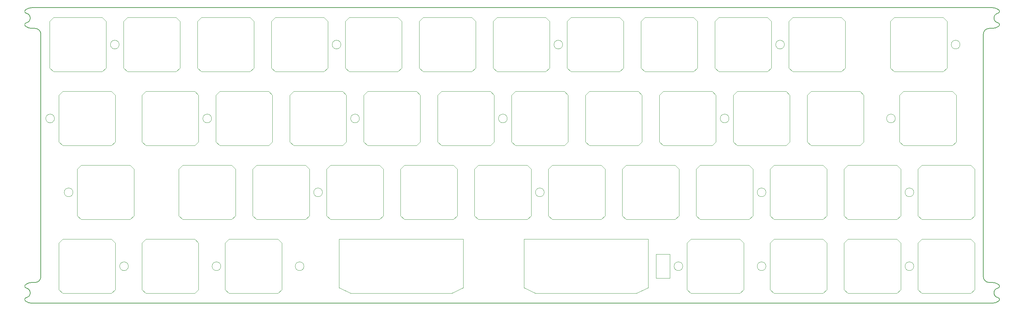
<source format=gbr>
%TF.GenerationSoftware,KiCad,Pcbnew,8.0.5*%
%TF.CreationDate,2024-11-10T15:24:53+01:00*%
%TF.ProjectId,plate hull split,706c6174-6520-4687-956c-6c2073706c69,rev?*%
%TF.SameCoordinates,Original*%
%TF.FileFunction,Profile,NP*%
%FSLAX46Y46*%
G04 Gerber Fmt 4.6, Leading zero omitted, Abs format (unit mm)*
G04 Created by KiCad (PCBNEW 8.0.5) date 2024-11-10 15:24:53*
%MOMM*%
%LPD*%
G01*
G04 APERTURE LIST*
%TA.AperFunction,Profile*%
%ADD10C,0.100000*%
%TD*%
%TA.AperFunction,Profile*%
%ADD11C,0.200000*%
%TD*%
%TA.AperFunction,Profile*%
%ADD12C,0.120000*%
%TD*%
G04 APERTURE END LIST*
D10*
X90816282Y-88106250D02*
G75*
G02*
X88571218Y-88106250I-1122532J0D01*
G01*
X88571218Y-88106250D02*
G75*
G02*
X90816282Y-88106250I1122532J0D01*
G01*
X69385032Y-88106250D02*
G75*
G02*
X67139968Y-88106250I-1122532J0D01*
G01*
X67139968Y-88106250D02*
G75*
G02*
X69385032Y-88106250I1122532J0D01*
G01*
X45572532Y-88106250D02*
G75*
G02*
X43327468Y-88106250I-1122532J0D01*
G01*
X43327468Y-88106250D02*
G75*
G02*
X45572532Y-88106250I1122532J0D01*
G01*
X188447532Y-88106250D02*
G75*
G02*
X186202468Y-88106250I-1122532J0D01*
G01*
X186202468Y-88106250D02*
G75*
G02*
X188447532Y-88106250I1122532J0D01*
G01*
X209878782Y-88106250D02*
G75*
G02*
X207633718Y-88106250I-1122532J0D01*
G01*
X207633718Y-88106250D02*
G75*
G02*
X209878782Y-88106250I1122532J0D01*
G01*
X247978782Y-88106250D02*
G75*
G02*
X245733718Y-88106250I-1122532J0D01*
G01*
X245733718Y-88106250D02*
G75*
G02*
X247978782Y-88106250I1122532J0D01*
G01*
X247978782Y-69056250D02*
G75*
G02*
X245733718Y-69056250I-1122532J0D01*
G01*
X245733718Y-69056250D02*
G75*
G02*
X247978782Y-69056250I1122532J0D01*
G01*
X209878782Y-69056250D02*
G75*
G02*
X207633718Y-69056250I-1122532J0D01*
G01*
X207633718Y-69056250D02*
G75*
G02*
X209878782Y-69056250I1122532J0D01*
G01*
X152728782Y-69056250D02*
G75*
G02*
X150483718Y-69056250I-1122532J0D01*
G01*
X150483718Y-69056250D02*
G75*
G02*
X152728782Y-69056250I1122532J0D01*
G01*
X95578782Y-69056250D02*
G75*
G02*
X93333718Y-69056250I-1122532J0D01*
G01*
X93333718Y-69056250D02*
G75*
G02*
X95578782Y-69056250I1122532J0D01*
G01*
X31285032Y-69056250D02*
G75*
G02*
X29039968Y-69056250I-1122532J0D01*
G01*
X29039968Y-69056250D02*
G75*
G02*
X31285032Y-69056250I1122532J0D01*
G01*
X26522532Y-50006250D02*
G75*
G02*
X24277468Y-50006250I-1122532J0D01*
G01*
X24277468Y-50006250D02*
G75*
G02*
X26522532Y-50006250I1122532J0D01*
G01*
X67003782Y-50006250D02*
G75*
G02*
X64758718Y-50006250I-1122532J0D01*
G01*
X64758718Y-50006250D02*
G75*
G02*
X67003782Y-50006250I1122532J0D01*
G01*
X105103782Y-50006250D02*
G75*
G02*
X102858718Y-50006250I-1122532J0D01*
G01*
X102858718Y-50006250D02*
G75*
G02*
X105103782Y-50006250I1122532J0D01*
G01*
X143203782Y-50006250D02*
G75*
G02*
X140958718Y-50006250I-1122532J0D01*
G01*
X140958718Y-50006250D02*
G75*
G02*
X143203782Y-50006250I1122532J0D01*
G01*
X200353782Y-50006250D02*
G75*
G02*
X198108718Y-50006250I-1122532J0D01*
G01*
X198108718Y-50006250D02*
G75*
G02*
X200353782Y-50006250I1122532J0D01*
G01*
X243216282Y-50006250D02*
G75*
G02*
X240971218Y-50006250I-1122532J0D01*
G01*
X240971218Y-50006250D02*
G75*
G02*
X243216282Y-50006250I1122532J0D01*
G01*
X259885032Y-30956250D02*
G75*
G02*
X257639968Y-30956250I-1122532J0D01*
G01*
X257639968Y-30956250D02*
G75*
G02*
X259885032Y-30956250I1122532J0D01*
G01*
X214641282Y-30956250D02*
G75*
G02*
X212396218Y-30956250I-1122532J0D01*
G01*
X212396218Y-30956250D02*
G75*
G02*
X214641282Y-30956250I1122532J0D01*
G01*
X157491282Y-30956250D02*
G75*
G02*
X155246218Y-30956250I-1122532J0D01*
G01*
X155246218Y-30956250D02*
G75*
G02*
X157491282Y-30956250I1122532J0D01*
G01*
X100341282Y-30956250D02*
G75*
G02*
X98096218Y-30956250I-1122532J0D01*
G01*
X98096218Y-30956250D02*
G75*
G02*
X100341282Y-30956250I1122532J0D01*
G01*
X43191282Y-30956250D02*
G75*
G02*
X40946218Y-30956250I-1122532J0D01*
G01*
X40946218Y-30956250D02*
G75*
G02*
X43191282Y-30956250I1122532J0D01*
G01*
D11*
X19261287Y-93730005D02*
G75*
G02*
X19261287Y-96182495I-242537J-1226245D01*
G01*
X19261287Y-93730005D02*
G75*
G02*
X19051305Y-92844857I97013J490495D01*
G01*
X19051303Y-92844854D02*
G75*
G02*
X20693750Y-92281250I1642447J-2111396D01*
G01*
X21518750Y-92281250D02*
X20693750Y-92281250D01*
X23018750Y-90781250D02*
G75*
G02*
X21518750Y-92281250I-1500000J0D01*
G01*
X23018750Y-28281250D02*
X23018750Y-90781250D01*
X21518750Y-26781250D02*
G75*
G02*
X23018750Y-28281250I0J-1500000D01*
G01*
X20693750Y-26781250D02*
X21518750Y-26781250D01*
X20693750Y-26781250D02*
G75*
G02*
X19051303Y-26217646I0J2675000D01*
G01*
X19051303Y-26217646D02*
G75*
G02*
X19261286Y-25332491I306997J394656D01*
G01*
X19261287Y-22880005D02*
G75*
G02*
X19261287Y-25332495I-242537J-1226245D01*
G01*
X19261287Y-22880005D02*
G75*
G02*
X19051305Y-21994857I97013J490495D01*
G01*
X19051303Y-21994854D02*
G75*
G02*
X20693750Y-21431250I1642447J-2111396D01*
G01*
X268231251Y-21431250D02*
X20693750Y-21431250D01*
X268231251Y-21431250D02*
G75*
G02*
X269873697Y-21994854I0J-2674998D01*
G01*
X269873697Y-21994854D02*
G75*
G02*
X269663713Y-22880006I-306998J-394654D01*
G01*
X269663713Y-25332495D02*
G75*
G02*
X269663713Y-22880005I242537J1226245D01*
G01*
X269663713Y-25332495D02*
G75*
G02*
X269873697Y-26217646I-97014J-490497D01*
G01*
X269873697Y-26217646D02*
G75*
G02*
X268231252Y-26781250I-1642446J2111394D01*
G01*
X267406251Y-26781250D02*
X268231252Y-26781250D01*
X265906250Y-28281251D02*
G75*
G02*
X267406251Y-26781250I1500001J0D01*
G01*
X265906250Y-90781249D02*
X265906250Y-28281251D01*
X267406251Y-92281250D02*
G75*
G02*
X265906250Y-90781249I0J1500001D01*
G01*
X268231251Y-92281250D02*
X267406251Y-92281250D01*
X268231251Y-92281250D02*
G75*
G02*
X269873697Y-92844854I0J-2674998D01*
G01*
X269873697Y-92844854D02*
G75*
G02*
X269663713Y-93730006I-306998J-394654D01*
G01*
X269663713Y-96182495D02*
G75*
G02*
X269663713Y-93730005I242537J1226245D01*
G01*
X269663713Y-96182495D02*
G75*
G02*
X269873697Y-97067646I-97014J-490497D01*
G01*
X269873697Y-97067646D02*
G75*
G02*
X268231251Y-97631250I-1642446J2111394D01*
G01*
X20693750Y-97631250D02*
X268231251Y-97631250D01*
X20693750Y-97631250D02*
G75*
G02*
X19051303Y-97067646I0J2675000D01*
G01*
X19051303Y-97067646D02*
G75*
G02*
X19261286Y-96182491I306997J394656D01*
G01*
D10*
X181557575Y-85028334D02*
X185154924Y-85028334D01*
X185154924Y-91182607D01*
X181557575Y-91182607D01*
X181557575Y-85028334D01*
D12*
%TO.C,REF\u002A\u002A*%
X139543750Y-24956250D02*
X139543750Y-36956250D01*
X139543750Y-36956250D02*
X140543750Y-37956250D01*
X140543750Y-23956250D02*
X139543750Y-24956250D01*
X140543750Y-37956250D02*
X153143750Y-37956250D01*
X153143750Y-23956250D02*
X140543750Y-23956250D01*
X153143750Y-23956250D02*
X154143750Y-24956250D01*
X153143750Y-37956250D02*
X154143750Y-36956250D01*
X154143750Y-36956250D02*
X154143750Y-24956250D01*
X49056250Y-82106250D02*
X49056250Y-94106250D01*
X49056250Y-94106250D02*
X50056250Y-95106250D01*
X50056250Y-81106250D02*
X49056250Y-82106250D01*
X50056250Y-95106250D02*
X62656250Y-95106250D01*
X62656250Y-81106250D02*
X50056250Y-81106250D01*
X62656250Y-81106250D02*
X63656250Y-82106250D01*
X62656250Y-95106250D02*
X63656250Y-94106250D01*
X63656250Y-94106250D02*
X63656250Y-82106250D01*
X27625000Y-82106250D02*
X27625000Y-94106250D01*
X27625000Y-94106250D02*
X28625000Y-95106250D01*
X28625000Y-81106250D02*
X27625000Y-82106250D01*
X28625000Y-95106250D02*
X41225000Y-95106250D01*
X41225000Y-81106250D02*
X28625000Y-81106250D01*
X41225000Y-81106250D02*
X42225000Y-82106250D01*
X41225000Y-95106250D02*
X42225000Y-94106250D01*
X42225000Y-94106250D02*
X42225000Y-82106250D01*
X106206250Y-44006250D02*
X106206250Y-56006250D01*
X106206250Y-56006250D02*
X107206250Y-57006250D01*
X107206250Y-43006250D02*
X106206250Y-44006250D01*
X107206250Y-57006250D02*
X119806250Y-57006250D01*
X119806250Y-43006250D02*
X107206250Y-43006250D01*
X119806250Y-43006250D02*
X120806250Y-44006250D01*
X119806250Y-57006250D02*
X120806250Y-56006250D01*
X120806250Y-56006250D02*
X120806250Y-44006250D01*
X172881250Y-63056250D02*
X172881250Y-75056250D01*
X172881250Y-75056250D02*
X173881250Y-76056250D01*
X173881250Y-62056250D02*
X172881250Y-63056250D01*
X173881250Y-76056250D02*
X186481250Y-76056250D01*
X186481250Y-62056250D02*
X173881250Y-62056250D01*
X186481250Y-62056250D02*
X187481250Y-63056250D01*
X186481250Y-76056250D02*
X187481250Y-75056250D01*
X187481250Y-75056250D02*
X187481250Y-63056250D01*
X87156250Y-44006250D02*
X87156250Y-56006250D01*
X87156250Y-56006250D02*
X88156250Y-57006250D01*
X88156250Y-43006250D02*
X87156250Y-44006250D01*
X88156250Y-57006250D02*
X100756250Y-57006250D01*
X100756250Y-43006250D02*
X88156250Y-43006250D01*
X100756250Y-43006250D02*
X101756250Y-44006250D01*
X100756250Y-57006250D02*
X101756250Y-56006250D01*
X101756250Y-56006250D02*
X101756250Y-44006250D01*
X68106250Y-44006250D02*
X68106250Y-56006250D01*
X68106250Y-56006250D02*
X69106250Y-57006250D01*
X69106250Y-43006250D02*
X68106250Y-44006250D01*
X69106250Y-57006250D02*
X81706250Y-57006250D01*
X81706250Y-43006250D02*
X69106250Y-43006250D01*
X81706250Y-43006250D02*
X82706250Y-44006250D01*
X81706250Y-57006250D02*
X82706250Y-56006250D01*
X82706250Y-56006250D02*
X82706250Y-44006250D01*
X215743750Y-24956250D02*
X215743750Y-36956250D01*
X215743750Y-36956250D02*
X216743750Y-37956250D01*
X216743750Y-23956250D02*
X215743750Y-24956250D01*
X216743750Y-37956250D02*
X229343750Y-37956250D01*
X229343750Y-23956250D02*
X216743750Y-23956250D01*
X229343750Y-23956250D02*
X230343750Y-24956250D01*
X229343750Y-37956250D02*
X230343750Y-36956250D01*
X230343750Y-36956250D02*
X230343750Y-24956250D01*
X244318750Y-44006250D02*
X244318750Y-56006250D01*
X244318750Y-56006250D02*
X245318750Y-57006250D01*
X245318750Y-43006250D02*
X244318750Y-44006250D01*
X245318750Y-57006250D02*
X257918750Y-57006250D01*
X257918750Y-43006250D02*
X245318750Y-43006250D01*
X257918750Y-43006250D02*
X258918750Y-44006250D01*
X257918750Y-57006250D02*
X258918750Y-56006250D01*
X258918750Y-56006250D02*
X258918750Y-44006250D01*
X241937500Y-24956250D02*
X241937500Y-36956250D01*
X241937500Y-36956250D02*
X242937500Y-37956250D01*
X242937500Y-23956250D02*
X241937500Y-24956250D01*
X242937500Y-37956250D02*
X255537500Y-37956250D01*
X255537500Y-23956250D02*
X242937500Y-23956250D01*
X255537500Y-23956250D02*
X256537500Y-24956250D01*
X255537500Y-37956250D02*
X256537500Y-36956250D01*
X256537500Y-36956250D02*
X256537500Y-24956250D01*
X120493750Y-24956250D02*
X120493750Y-36956250D01*
X120493750Y-36956250D02*
X121493750Y-37956250D01*
X121493750Y-23956250D02*
X120493750Y-24956250D01*
X121493750Y-37956250D02*
X134093750Y-37956250D01*
X134093750Y-23956250D02*
X121493750Y-23956250D01*
X134093750Y-23956250D02*
X135093750Y-24956250D01*
X134093750Y-37956250D02*
X135093750Y-36956250D01*
X135093750Y-36956250D02*
X135093750Y-24956250D01*
X201456250Y-44006250D02*
X201456250Y-56006250D01*
X201456250Y-56006250D02*
X202456250Y-57006250D01*
X202456250Y-43006250D02*
X201456250Y-44006250D01*
X202456250Y-57006250D02*
X215056250Y-57006250D01*
X215056250Y-43006250D02*
X202456250Y-43006250D01*
X215056250Y-43006250D02*
X216056250Y-44006250D01*
X215056250Y-57006250D02*
X216056250Y-56006250D01*
X216056250Y-56006250D02*
X216056250Y-44006250D01*
X77631250Y-63056250D02*
X77631250Y-75056250D01*
X77631250Y-75056250D02*
X78631250Y-76056250D01*
X78631250Y-62056250D02*
X77631250Y-63056250D01*
X78631250Y-76056250D02*
X91231250Y-76056250D01*
X91231250Y-62056250D02*
X78631250Y-62056250D01*
X91231250Y-62056250D02*
X92231250Y-63056250D01*
X91231250Y-76056250D02*
X92231250Y-75056250D01*
X92231250Y-75056250D02*
X92231250Y-63056250D01*
X99887500Y-81106250D02*
X131887500Y-81106250D01*
X99887500Y-88106250D02*
X99887500Y-81106250D01*
X99887500Y-88106250D02*
X99887500Y-93606250D01*
X99887500Y-93606250D02*
X102887500Y-95106250D01*
X128887500Y-95106250D02*
X102887500Y-95106250D01*
X131887500Y-81106250D02*
X131887500Y-88106250D01*
X131887500Y-88106250D02*
X131887500Y-93606250D01*
X131887500Y-93606250D02*
X128887500Y-95106250D01*
X32387500Y-63056250D02*
X32387500Y-75056250D01*
X32387500Y-75056250D02*
X33387500Y-76056250D01*
X33387500Y-62056250D02*
X32387500Y-63056250D01*
X33387500Y-76056250D02*
X45987500Y-76056250D01*
X45987500Y-62056250D02*
X33387500Y-62056250D01*
X45987500Y-62056250D02*
X46987500Y-63056250D01*
X45987500Y-76056250D02*
X46987500Y-75056250D01*
X46987500Y-75056250D02*
X46987500Y-63056250D01*
X191931250Y-63056250D02*
X191931250Y-75056250D01*
X191931250Y-75056250D02*
X192931250Y-76056250D01*
X192931250Y-62056250D02*
X191931250Y-63056250D01*
X192931250Y-76056250D02*
X205531250Y-76056250D01*
X205531250Y-62056250D02*
X192931250Y-62056250D01*
X205531250Y-62056250D02*
X206531250Y-63056250D01*
X205531250Y-76056250D02*
X206531250Y-75056250D01*
X206531250Y-75056250D02*
X206531250Y-63056250D01*
X189550000Y-82106250D02*
X189550000Y-94106250D01*
X189550000Y-94106250D02*
X190550000Y-95106250D01*
X190550000Y-81106250D02*
X189550000Y-82106250D01*
X190550000Y-95106250D02*
X203150000Y-95106250D01*
X203150000Y-81106250D02*
X190550000Y-81106250D01*
X203150000Y-81106250D02*
X204150000Y-82106250D01*
X203150000Y-95106250D02*
X204150000Y-94106250D01*
X204150000Y-94106250D02*
X204150000Y-82106250D01*
X182406250Y-44006250D02*
X182406250Y-56006250D01*
X182406250Y-56006250D02*
X183406250Y-57006250D01*
X183406250Y-43006250D02*
X182406250Y-44006250D01*
X183406250Y-57006250D02*
X196006250Y-57006250D01*
X196006250Y-43006250D02*
X183406250Y-43006250D01*
X196006250Y-43006250D02*
X197006250Y-44006250D01*
X196006250Y-57006250D02*
X197006250Y-56006250D01*
X197006250Y-56006250D02*
X197006250Y-44006250D01*
X27625000Y-44006250D02*
X27625000Y-56006250D01*
X27625000Y-56006250D02*
X28625000Y-57006250D01*
X28625000Y-43006250D02*
X27625000Y-44006250D01*
X28625000Y-57006250D02*
X41225000Y-57006250D01*
X41225000Y-43006250D02*
X28625000Y-43006250D01*
X41225000Y-43006250D02*
X42225000Y-44006250D01*
X41225000Y-57006250D02*
X42225000Y-56006250D01*
X42225000Y-56006250D02*
X42225000Y-44006250D01*
X49056250Y-44006250D02*
X49056250Y-56006250D01*
X49056250Y-56006250D02*
X50056250Y-57006250D01*
X50056250Y-43006250D02*
X49056250Y-44006250D01*
X50056250Y-57006250D02*
X62656250Y-57006250D01*
X62656250Y-43006250D02*
X50056250Y-43006250D01*
X62656250Y-43006250D02*
X63656250Y-44006250D01*
X62656250Y-57006250D02*
X63656250Y-56006250D01*
X63656250Y-56006250D02*
X63656250Y-44006250D01*
X249081250Y-82106250D02*
X249081250Y-94106250D01*
X249081250Y-94106250D02*
X250081250Y-95106250D01*
X250081250Y-81106250D02*
X249081250Y-82106250D01*
X250081250Y-95106250D02*
X262681250Y-95106250D01*
X262681250Y-81106250D02*
X250081250Y-81106250D01*
X262681250Y-81106250D02*
X263681250Y-82106250D01*
X262681250Y-95106250D02*
X263681250Y-94106250D01*
X263681250Y-94106250D02*
X263681250Y-82106250D01*
X115731250Y-63056250D02*
X115731250Y-75056250D01*
X115731250Y-75056250D02*
X116731250Y-76056250D01*
X116731250Y-62056250D02*
X115731250Y-63056250D01*
X116731250Y-76056250D02*
X129331250Y-76056250D01*
X129331250Y-62056250D02*
X116731250Y-62056250D01*
X129331250Y-62056250D02*
X130331250Y-63056250D01*
X129331250Y-76056250D02*
X130331250Y-75056250D01*
X130331250Y-75056250D02*
X130331250Y-63056250D01*
X153831250Y-63056250D02*
X153831250Y-75056250D01*
X153831250Y-75056250D02*
X154831250Y-76056250D01*
X154831250Y-62056250D02*
X153831250Y-63056250D01*
X154831250Y-76056250D02*
X167431250Y-76056250D01*
X167431250Y-62056250D02*
X154831250Y-62056250D01*
X167431250Y-62056250D02*
X168431250Y-63056250D01*
X167431250Y-76056250D02*
X168431250Y-75056250D01*
X168431250Y-75056250D02*
X168431250Y-63056250D01*
X125256250Y-44006250D02*
X125256250Y-56006250D01*
X125256250Y-56006250D02*
X126256250Y-57006250D01*
X126256250Y-43006250D02*
X125256250Y-44006250D01*
X126256250Y-57006250D02*
X138856250Y-57006250D01*
X138856250Y-43006250D02*
X126256250Y-43006250D01*
X138856250Y-43006250D02*
X139856250Y-44006250D01*
X138856250Y-57006250D02*
X139856250Y-56006250D01*
X139856250Y-56006250D02*
X139856250Y-44006250D01*
X58581250Y-63056250D02*
X58581250Y-75056250D01*
X58581250Y-75056250D02*
X59581250Y-76056250D01*
X59581250Y-62056250D02*
X58581250Y-63056250D01*
X59581250Y-76056250D02*
X72181250Y-76056250D01*
X72181250Y-62056250D02*
X59581250Y-62056250D01*
X72181250Y-62056250D02*
X73181250Y-63056250D01*
X72181250Y-76056250D02*
X73181250Y-75056250D01*
X73181250Y-75056250D02*
X73181250Y-63056250D01*
X101443750Y-24956250D02*
X101443750Y-36956250D01*
X101443750Y-36956250D02*
X102443750Y-37956250D01*
X102443750Y-23956250D02*
X101443750Y-24956250D01*
X102443750Y-37956250D02*
X115043750Y-37956250D01*
X115043750Y-23956250D02*
X102443750Y-23956250D01*
X115043750Y-23956250D02*
X116043750Y-24956250D01*
X115043750Y-37956250D02*
X116043750Y-36956250D01*
X116043750Y-36956250D02*
X116043750Y-24956250D01*
X44293750Y-24956250D02*
X44293750Y-36956250D01*
X44293750Y-36956250D02*
X45293750Y-37956250D01*
X45293750Y-23956250D02*
X44293750Y-24956250D01*
X45293750Y-37956250D02*
X57893750Y-37956250D01*
X57893750Y-23956250D02*
X45293750Y-23956250D01*
X57893750Y-23956250D02*
X58893750Y-24956250D01*
X57893750Y-37956250D02*
X58893750Y-36956250D01*
X58893750Y-36956250D02*
X58893750Y-24956250D01*
X230031250Y-63056250D02*
X230031250Y-75056250D01*
X230031250Y-75056250D02*
X231031250Y-76056250D01*
X231031250Y-62056250D02*
X230031250Y-63056250D01*
X231031250Y-76056250D02*
X243631250Y-76056250D01*
X243631250Y-62056250D02*
X231031250Y-62056250D01*
X243631250Y-62056250D02*
X244631250Y-63056250D01*
X243631250Y-76056250D02*
X244631250Y-75056250D01*
X244631250Y-75056250D02*
X244631250Y-63056250D01*
X249081250Y-63056250D02*
X249081250Y-75056250D01*
X249081250Y-75056250D02*
X250081250Y-76056250D01*
X250081250Y-62056250D02*
X249081250Y-63056250D01*
X250081250Y-76056250D02*
X262681250Y-76056250D01*
X262681250Y-62056250D02*
X250081250Y-62056250D01*
X262681250Y-62056250D02*
X263681250Y-63056250D01*
X262681250Y-76056250D02*
X263681250Y-75056250D01*
X263681250Y-75056250D02*
X263681250Y-63056250D01*
X210981250Y-82106250D02*
X210981250Y-94106250D01*
X210981250Y-94106250D02*
X211981250Y-95106250D01*
X211981250Y-81106250D02*
X210981250Y-82106250D01*
X211981250Y-95106250D02*
X224581250Y-95106250D01*
X224581250Y-81106250D02*
X211981250Y-81106250D01*
X224581250Y-81106250D02*
X225581250Y-82106250D01*
X224581250Y-95106250D02*
X225581250Y-94106250D01*
X225581250Y-94106250D02*
X225581250Y-82106250D01*
X96681250Y-63056250D02*
X96681250Y-75056250D01*
X96681250Y-75056250D02*
X97681250Y-76056250D01*
X97681250Y-62056250D02*
X96681250Y-63056250D01*
X97681250Y-76056250D02*
X110281250Y-76056250D01*
X110281250Y-62056250D02*
X97681250Y-62056250D01*
X110281250Y-62056250D02*
X111281250Y-63056250D01*
X110281250Y-76056250D02*
X111281250Y-75056250D01*
X111281250Y-75056250D02*
X111281250Y-63056250D01*
X163356250Y-44006250D02*
X163356250Y-56006250D01*
X163356250Y-56006250D02*
X164356250Y-57006250D01*
X164356250Y-43006250D02*
X163356250Y-44006250D01*
X164356250Y-57006250D02*
X176956250Y-57006250D01*
X176956250Y-43006250D02*
X164356250Y-43006250D01*
X176956250Y-43006250D02*
X177956250Y-44006250D01*
X176956250Y-57006250D02*
X177956250Y-56006250D01*
X177956250Y-56006250D02*
X177956250Y-44006250D01*
X82393750Y-24956250D02*
X82393750Y-36956250D01*
X82393750Y-36956250D02*
X83393750Y-37956250D01*
X83393750Y-23956250D02*
X82393750Y-24956250D01*
X83393750Y-37956250D02*
X95993750Y-37956250D01*
X95993750Y-23956250D02*
X83393750Y-23956250D01*
X95993750Y-23956250D02*
X96993750Y-24956250D01*
X95993750Y-37956250D02*
X96993750Y-36956250D01*
X96993750Y-36956250D02*
X96993750Y-24956250D01*
X147512500Y-81106250D02*
X179512500Y-81106250D01*
X147512500Y-88106250D02*
X147512500Y-81106250D01*
X147512500Y-88106250D02*
X147512500Y-93606250D01*
X147512500Y-93606250D02*
X150512500Y-95106250D01*
X176512500Y-95106250D02*
X150512500Y-95106250D01*
X179512500Y-81106250D02*
X179512500Y-88106250D01*
X179512500Y-88106250D02*
X179512500Y-93606250D01*
X179512500Y-93606250D02*
X176512500Y-95106250D01*
X70487500Y-82106250D02*
X70487500Y-94106250D01*
X70487500Y-94106250D02*
X71487500Y-95106250D01*
X71487500Y-81106250D02*
X70487500Y-82106250D01*
X71487500Y-95106250D02*
X84087500Y-95106250D01*
X84087500Y-81106250D02*
X71487500Y-81106250D01*
X84087500Y-81106250D02*
X85087500Y-82106250D01*
X84087500Y-95106250D02*
X85087500Y-94106250D01*
X85087500Y-94106250D02*
X85087500Y-82106250D01*
X210981250Y-63056250D02*
X210981250Y-75056250D01*
X210981250Y-75056250D02*
X211981250Y-76056250D01*
X211981250Y-62056250D02*
X210981250Y-63056250D01*
X211981250Y-76056250D02*
X224581250Y-76056250D01*
X224581250Y-62056250D02*
X211981250Y-62056250D01*
X224581250Y-62056250D02*
X225581250Y-63056250D01*
X224581250Y-76056250D02*
X225581250Y-75056250D01*
X225581250Y-75056250D02*
X225581250Y-63056250D01*
X196693750Y-24956250D02*
X196693750Y-36956250D01*
X196693750Y-36956250D02*
X197693750Y-37956250D01*
X197693750Y-23956250D02*
X196693750Y-24956250D01*
X197693750Y-37956250D02*
X210293750Y-37956250D01*
X210293750Y-23956250D02*
X197693750Y-23956250D01*
X210293750Y-23956250D02*
X211293750Y-24956250D01*
X210293750Y-37956250D02*
X211293750Y-36956250D01*
X211293750Y-36956250D02*
X211293750Y-24956250D01*
X134781250Y-63056250D02*
X134781250Y-75056250D01*
X134781250Y-75056250D02*
X135781250Y-76056250D01*
X135781250Y-62056250D02*
X134781250Y-63056250D01*
X135781250Y-76056250D02*
X148381250Y-76056250D01*
X148381250Y-62056250D02*
X135781250Y-62056250D01*
X148381250Y-62056250D02*
X149381250Y-63056250D01*
X148381250Y-76056250D02*
X149381250Y-75056250D01*
X149381250Y-75056250D02*
X149381250Y-63056250D01*
X177643750Y-24956250D02*
X177643750Y-36956250D01*
X177643750Y-36956250D02*
X178643750Y-37956250D01*
X178643750Y-23956250D02*
X177643750Y-24956250D01*
X178643750Y-37956250D02*
X191243750Y-37956250D01*
X191243750Y-23956250D02*
X178643750Y-23956250D01*
X191243750Y-23956250D02*
X192243750Y-24956250D01*
X191243750Y-37956250D02*
X192243750Y-36956250D01*
X192243750Y-36956250D02*
X192243750Y-24956250D01*
X220506250Y-44006250D02*
X220506250Y-56006250D01*
X220506250Y-56006250D02*
X221506250Y-57006250D01*
X221506250Y-43006250D02*
X220506250Y-44006250D01*
X221506250Y-57006250D02*
X234106250Y-57006250D01*
X234106250Y-43006250D02*
X221506250Y-43006250D01*
X234106250Y-43006250D02*
X235106250Y-44006250D01*
X234106250Y-57006250D02*
X235106250Y-56006250D01*
X235106250Y-56006250D02*
X235106250Y-44006250D01*
X63343750Y-24956250D02*
X63343750Y-36956250D01*
X63343750Y-36956250D02*
X64343750Y-37956250D01*
X64343750Y-23956250D02*
X63343750Y-24956250D01*
X64343750Y-37956250D02*
X76943750Y-37956250D01*
X76943750Y-23956250D02*
X64343750Y-23956250D01*
X76943750Y-23956250D02*
X77943750Y-24956250D01*
X76943750Y-37956250D02*
X77943750Y-36956250D01*
X77943750Y-36956250D02*
X77943750Y-24956250D01*
X144306250Y-44006250D02*
X144306250Y-56006250D01*
X144306250Y-56006250D02*
X145306250Y-57006250D01*
X145306250Y-43006250D02*
X144306250Y-44006250D01*
X145306250Y-57006250D02*
X157906250Y-57006250D01*
X157906250Y-43006250D02*
X145306250Y-43006250D01*
X157906250Y-43006250D02*
X158906250Y-44006250D01*
X157906250Y-57006250D02*
X158906250Y-56006250D01*
X158906250Y-56006250D02*
X158906250Y-44006250D01*
X158593750Y-24956250D02*
X158593750Y-36956250D01*
X158593750Y-36956250D02*
X159593750Y-37956250D01*
X159593750Y-23956250D02*
X158593750Y-24956250D01*
X159593750Y-37956250D02*
X172193750Y-37956250D01*
X172193750Y-23956250D02*
X159593750Y-23956250D01*
X172193750Y-23956250D02*
X173193750Y-24956250D01*
X172193750Y-37956250D02*
X173193750Y-36956250D01*
X173193750Y-36956250D02*
X173193750Y-24956250D01*
X230031250Y-82106250D02*
X230031250Y-94106250D01*
X230031250Y-94106250D02*
X231031250Y-95106250D01*
X231031250Y-81106250D02*
X230031250Y-82106250D01*
X231031250Y-95106250D02*
X243631250Y-95106250D01*
X243631250Y-81106250D02*
X231031250Y-81106250D01*
X243631250Y-81106250D02*
X244631250Y-82106250D01*
X243631250Y-95106250D02*
X244631250Y-94106250D01*
X244631250Y-94106250D02*
X244631250Y-82106250D01*
X25243750Y-24956250D02*
X25243750Y-36956250D01*
X25243750Y-36956250D02*
X26243750Y-37956250D01*
X26243750Y-23956250D02*
X25243750Y-24956250D01*
X26243750Y-37956250D02*
X38843750Y-37956250D01*
X38843750Y-23956250D02*
X26243750Y-23956250D01*
X38843750Y-23956250D02*
X39843750Y-24956250D01*
X38843750Y-37956250D02*
X39843750Y-36956250D01*
X39843750Y-36956250D02*
X39843750Y-24956250D01*
%TD*%
M02*

</source>
